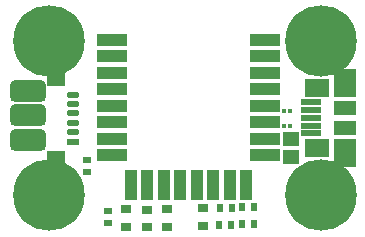
<source format=gbs>
G04*
G04 #@! TF.GenerationSoftware,Altium Limited,Altium Designer,18.0.9 (584)*
G04*
G04 Layer_Color=16711935*
%FSLAX44Y44*%
%MOMM*%
G71*
G01*
G75*
%ADD32R,0.6604X0.5588*%
%ADD33R,0.5588X0.6604*%
G04:AMPARAMS|DCode=46|XSize=0.32mm|YSize=0.36mm|CornerRadius=0.08mm|HoleSize=0mm|Usage=FLASHONLY|Rotation=0.000|XOffset=0mm|YOffset=0mm|HoleType=Round|Shape=RoundedRectangle|*
%AMROUNDEDRECTD46*
21,1,0.3200,0.2000,0,0,0.0*
21,1,0.1600,0.3600,0,0,0.0*
1,1,0.1600,0.0800,-0.1000*
1,1,0.1600,-0.0800,-0.1000*
1,1,0.1600,-0.0800,0.1000*
1,1,0.1600,0.0800,0.1000*
%
%ADD46ROUNDEDRECTD46*%
%ADD50C,0.4508*%
G04:AMPARAMS|DCode=51|XSize=3.0988mm|YSize=1.8288mm|CornerRadius=0.4699mm|HoleSize=0mm|Usage=FLASHONLY|Rotation=0.000|XOffset=0mm|YOffset=0mm|HoleType=Round|Shape=RoundedRectangle|*
%AMROUNDEDRECTD51*
21,1,3.0988,0.8890,0,0,0.0*
21,1,2.1590,1.8288,0,0,0.0*
1,1,0.9398,1.0795,-0.4445*
1,1,0.9398,-1.0795,-0.4445*
1,1,0.9398,-1.0795,0.4445*
1,1,0.9398,1.0795,0.4445*
%
%ADD51ROUNDEDRECTD51*%
%ADD52C,0.8108*%
%ADD53C,6.0508*%
%ADD86R,1.7526X0.5080*%
%ADD87R,2.1590X1.5494*%
%ADD88R,1.9558X2.4384*%
%ADD89R,1.9558X1.2446*%
%ADD90R,1.1000X2.5500*%
%ADD91R,2.5500X1.1000*%
%ADD92R,0.9652X0.6604*%
%ADD93R,1.4508X1.1508*%
%ADD94R,1.5508X1.0508*%
%ADD95R,1.0508X0.5508*%
G04:AMPARAMS|DCode=96|XSize=0.5508mm|YSize=1.0508mm|CornerRadius=0.2754mm|HoleSize=0mm|Usage=FLASHONLY|Rotation=270.000|XOffset=0mm|YOffset=0mm|HoleType=Round|Shape=RoundedRectangle|*
%AMROUNDEDRECTD96*
21,1,0.5508,0.5000,0,0,270.0*
21,1,0.0000,1.0508,0,0,270.0*
1,1,0.5508,-0.2500,0.0000*
1,1,0.5508,-0.2500,0.0000*
1,1,0.5508,0.2500,0.0000*
1,1,0.5508,0.2500,0.0000*
%
%ADD96ROUNDEDRECTD96*%
%ADD97R,1.5508X1.2508*%
D32*
X174000Y472830D02*
D03*
Y462750D02*
D03*
X191750Y419170D02*
D03*
X191750Y429250D02*
D03*
D33*
X286420Y432500D02*
D03*
X296500D02*
D03*
X304920Y432750D02*
D03*
X315000D02*
D03*
X285920Y417500D02*
D03*
X296000D02*
D03*
X304920Y418750D02*
D03*
X315000D02*
D03*
D46*
X346050Y501250D02*
D03*
X340450D02*
D03*
X346050Y514500D02*
D03*
X340450D02*
D03*
D50*
X136400Y537250D02*
D03*
X130050D02*
D03*
X123700Y537250D02*
D03*
X117350D02*
D03*
X111000Y537250D02*
D03*
X111000Y524550D02*
D03*
X117350Y524550D02*
D03*
X123700Y524550D02*
D03*
X130050D02*
D03*
X136400Y524550D02*
D03*
X136400Y530900D02*
D03*
X130050Y530900D02*
D03*
X111000Y530900D02*
D03*
X117350Y530900D02*
D03*
X111250Y504550D02*
D03*
X117600D02*
D03*
X123950Y504550D02*
D03*
X130300D02*
D03*
X136650Y504550D02*
D03*
X136650Y517250D02*
D03*
X130300Y517250D02*
D03*
X123950Y517250D02*
D03*
X117600D02*
D03*
X111250Y517250D02*
D03*
X111250Y510900D02*
D03*
X117600Y510900D02*
D03*
X136650Y510900D02*
D03*
X130300D02*
D03*
X111250Y483050D02*
D03*
X117600D02*
D03*
X123950Y483050D02*
D03*
X130300D02*
D03*
X136650Y483050D02*
D03*
X136650Y495750D02*
D03*
X130300Y495750D02*
D03*
X123950Y495750D02*
D03*
X117600D02*
D03*
X111250Y495750D02*
D03*
X111250Y489400D02*
D03*
X117600Y489400D02*
D03*
X136650Y489400D02*
D03*
X130300D02*
D03*
D51*
X123700Y530900D02*
D03*
X123950Y510900D02*
D03*
Y489400D02*
D03*
D52*
X388264Y589660D02*
D03*
X394750Y573500D02*
D03*
X387910Y557486D02*
D03*
X371750Y551000D02*
D03*
X355736Y557840D02*
D03*
X349250Y574000D02*
D03*
X356090Y590014D02*
D03*
X372250Y596500D02*
D03*
X158264Y589660D02*
D03*
X164750Y573500D02*
D03*
X157910Y557486D02*
D03*
X141750Y551000D02*
D03*
X125736Y557840D02*
D03*
X119250Y574000D02*
D03*
X126090Y590014D02*
D03*
X142250Y596500D02*
D03*
Y466250D02*
D03*
X126090Y459763D02*
D03*
X119250Y443750D02*
D03*
X125736Y427590D02*
D03*
X141750Y420750D02*
D03*
X157910Y427236D02*
D03*
X164750Y443250D02*
D03*
X158264Y459410D02*
D03*
X388264D02*
D03*
X394750Y443250D02*
D03*
X387910Y427236D02*
D03*
X371750Y420750D02*
D03*
X355736Y427590D02*
D03*
X349250Y443750D02*
D03*
X356090Y459763D02*
D03*
X372250Y466250D02*
D03*
D53*
X142000Y573750D02*
D03*
X372000D02*
D03*
X142000Y443500D02*
D03*
X372000D02*
D03*
D86*
X363806Y508375D02*
D03*
Y514979D02*
D03*
Y501875D02*
D03*
Y495375D02*
D03*
Y521583D02*
D03*
D87*
X368886Y533521D02*
D03*
Y483375D02*
D03*
D88*
X392000Y538093D02*
D03*
Y478875D02*
D03*
D89*
Y500000D02*
D03*
Y516757D02*
D03*
D90*
X238750Y451750D02*
D03*
X224750D02*
D03*
X252750D02*
D03*
X266750D02*
D03*
X280750D02*
D03*
X308750D02*
D03*
X294750D02*
D03*
X210750D02*
D03*
D91*
X194750Y504750D02*
D03*
Y490750D02*
D03*
Y518750D02*
D03*
Y532750D02*
D03*
Y546750D02*
D03*
Y574750D02*
D03*
Y560750D02*
D03*
Y476750D02*
D03*
X324750D02*
D03*
Y560750D02*
D03*
Y574750D02*
D03*
Y546750D02*
D03*
Y532750D02*
D03*
Y518750D02*
D03*
Y490750D02*
D03*
Y504750D02*
D03*
D92*
X207000Y416250D02*
D03*
Y431370D02*
D03*
X224250Y415750D02*
D03*
Y430870D02*
D03*
X241250Y416000D02*
D03*
Y431120D02*
D03*
X271750Y417000D02*
D03*
Y432120D02*
D03*
D93*
X346250Y475250D02*
D03*
Y490250D02*
D03*
D94*
X147750Y475250D02*
D03*
D95*
X161898Y488250D02*
D03*
D96*
X161898Y496250D02*
D03*
X161898Y504250D02*
D03*
Y512250D02*
D03*
Y520250D02*
D03*
Y528250D02*
D03*
D97*
X147750Y541250D02*
D03*
M02*

</source>
